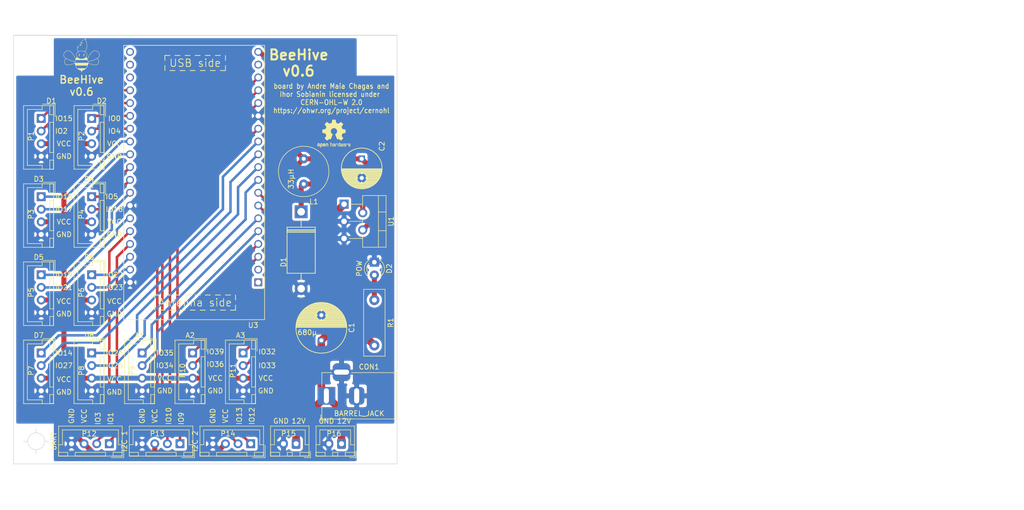
<source format=kicad_pcb>
(kicad_pcb (version 20211014) (generator pcbnew)
  (layers (0 "F.Cu" signal) (31 "B.Cu" signal) (34 "B.Paste" user) (35 "F.Paste" user) (36 "B.SilkS" user "B.Silkscreen") (37 "F.SilkS" user "F.Silkscreen") (38 "B.Mask" user) (39 "F.Mask" user) (44 "Edge.Cuts" user))
  (net 0 "")
  (net 1 "GND")
  (net 2 "Net-(C1-Pad1)")
  (net 3 "Net-(D1-Pad1)")
  (net 4 "Net-(U3-Pad2)")
  (net 5 "Net-(U3-Pad1)")
  (net 6 "D1-4")
  (net 7 "D1-3")
  (net 8 "+5V")
  (net 9 "D2-4")
  (net 10 "D2-3")
  (net 11 "D3-4")
  (net 12 "D3-3")
  (net 13 "D4-4")
  (net 14 "D4-3")
  (net 15 "D5-4")
  (net 16 "D5-3")
  (net 17 "D6-4")
  (net 18 "D6-3")
  (net 19 "D7-4")
  (net 20 "D7-3")
  (net 21 "D8-4")
  (net 22 "D8-3")
  (net 23 "A1-4")
  (net 24 "A1-3")
  (net 25 "A2-4")
  (net 26 "A2-3")
  (net 27 "A3-4")
  (net 28 "A3-3")
  (net 29 "I2C_1-4")
  (net 30 "I2C_1-3")
  (net 31 "I2C_2-4")
  (net 32 "I2C_2-3")
  (net 33 "RX")
  (net 34 "TX")
  (net 35 "Net-(U3-Pad38)")
  (net 36 "Net-(U3-Pad37)")
  (net 37 "Net-(U3-Pad36)")
  (net 38 "Net-(U3-Pad18)")
  (net 39 "Net-(D2-Pad2)")
  (footprint "Mounting_Holes:MountingHole_3.2mm_M3_DIN965" (layer "F.Cu") (at 139.5 64.5 -90)
    (fp_text reference "" (at 0 -3.8 90) (layer "F.SilkS"))
    (fp_text value "")
    (pad "" np_thru_hole circle locked (at 0 0 270) (size 3.2 3.2) (drill 3.2) (layers *.Cu *.Mask))
  )
  (footprint "Connector_JST:JST_XH_B04B-XH-A_04x2.50mm_Straight" (layer "F.Cu") (at 140.5 76.5 -90)
    (fp_text reference "P1" (at 3.5 2 90) (layer "F.SilkS"))
    (fp_text value "D1" (at -3.5 -2 180) (layer "F.SilkS"))
    (pad "1" thru_hole rect locked (at 0 0 270) (size 1.75 1.75) (drill 1) (layers *.Cu *.Mask) (net 7 "D1-3"))
    (pad "2" thru_hole circle locked (at 2.5 0 270) (size 1.75 1.75) (drill 1) (layers *.Cu *.Mask) (net 6 "D1-4"))
    (pad "3" thru_hole circle locked (at 5 0 270) (size 1.75 1.75) (drill 1) (layers *.Cu *.Mask) (net 8 "+5V"))
    (pad "4" thru_hole circle locked (at 7.5 0 270) (size 1.75 1.75) (drill 1) (layers *.Cu *.Mask) (net 1 "GND"))
  )
  (footprint "Connector_JST:JST_XH_B04B-XH-A_04x2.50mm_Straight" (layer "F.Cu") (at 150.5 76.5 -90)
    (fp_text reference "P2" (at 3.5 2 90) (layer "F.SilkS"))
    (fp_text value "D2" (at -3.5 -2 180) (layer "F.SilkS"))
    (pad "1" thru_hole rect locked (at 0 0 270) (size 1.75 1.75) (drill 1) (layers *.Cu *.Mask) (net 10 "D2-3"))
    (pad "2" thru_hole circle locked (at 2.5 0 270) (size 1.75 1.75) (drill 1) (layers *.Cu *.Mask) (net 9 "D2-4"))
    (pad "3" thru_hole circle locked (at 5 0 270) (size 1.75 1.75) (drill 1) (layers *.Cu *.Mask) (net 8 "+5V"))
    (pad "4" thru_hole circle locked (at 7.5 0 270) (size 1.75 1.75) (drill 1) (layers *.Cu *.Mask) (net 1 "GND"))
  )
  (footprint "Connector_JST:JST_XH_B04B-XH-A_04x2.50mm_Straight" (layer "F.Cu") (at 140.5 92 -90)
    (fp_text reference "P3" (at 3.5 2 90) (layer "F.SilkS"))
    (fp_text value "D3" (at -3.5 0.5 180) (layer "F.SilkS"))
    (pad "1" thru_hole rect locked (at 0 0 270) (size 1.75 1.75) (drill 1) (layers *.Cu *.Mask) (net 12 "D3-3"))
    (pad "2" thru_hole circle locked (at 2.5 0 270) (size 1.75 1.75) (drill 1) (layers *.Cu *.Mask) (net 11 "D3-4"))
    (pad "3" thru_hole circle locked (at 5 0 270) (size 1.75 1.75) (drill 1) (layers *.Cu *.Mask) (net 8 "+5V"))
    (pad "4" thru_hole circle locked (at 7.5 0 270) (size 1.75 1.75) (drill 1) (layers *.Cu *.Mask) (net 1 "GND"))
  )
  (footprint "Connector_JST:JST_XH_B04B-XH-A_04x2.50mm_Straight" (layer "F.Cu") (at 150.5 92 -90)
    (fp_text reference "P4" (at 3.5 2 90) (layer "F.SilkS"))
    (fp_text value "D4" (at -3.5 0.5 180) (layer "F.SilkS"))
    (pad "1" thru_hole rect locked (at 0 0 270) (size 1.75 1.75) (drill 1) (layers *.Cu *.Mask) (net 14 "D4-3"))
    (pad "2" thru_hole circle locked (at 2.5 0 270) (size 1.75 1.75) (drill 1) (layers *.Cu *.Mask) (net 13 "D4-4"))
    (pad "3" thru_hole circle locked (at 5 0 270) (size 1.75 1.75) (drill 1) (layers *.Cu *.Mask) (net 8 "+5V"))
    (pad "4" thru_hole circle locked (at 7.5 0 270) (size 1.75 1.75) (drill 1) (layers *.Cu *.Mask) (net 1 "GND"))
  )
  (footprint "Connector_JST:JST_XH_B04B-XH-A_04x2.50mm_Straight" (layer "F.Cu") (at 140.5 107.5 -90)
    (fp_text reference "P5" (at 3.5 2 90) (layer "F.SilkS"))
    (fp_text value "D5" (at -3.5 0.5) (layer "F.SilkS"))
    (pad "1" thru_hole rect locked (at 0 0 270) (size 1.75 1.75) (drill 1) (layers *.Cu *.Mask) (net 16 "D5-3"))
    (pad "2" thru_hole circle locked (at 2.5 0 270) (size 1.75 1.75) (drill 1) (layers *.Cu *.Mask) (net 15 "D5-4"))
    (pad "3" thru_hole circle locked (at 5 0 270) (size 1.75 1.75) (drill 1) (layers *.Cu *.Mask) (net 8 "+5V"))
    (pad "4" thru_hole circle locked (at 7.5 0 270) (size 1.75 1.75) (drill 1) (layers *.Cu *.Mask) (net 1 "GND"))
  )
  (footprint "Connector_JST:JST_XH_B04B-XH-A_04x2.50mm_Straight" (layer "F.Cu") (at 150.5 107.5 -90)
    (fp_text reference "P6" (at 3.5 2 90) (layer "F.SilkS"))
    (fp_text value "D6" (at -3.5 0.5 180) (layer "F.SilkS"))
    (pad "1" thru_hole rect locked (at 0 0 270) (size 1.75 1.75) (drill 1) (layers *.Cu *.Mask) (net 18 "D6-3"))
    (pad "2" thru_hole circle locked (at 2.5 0 270) (size 1.75 1.75) (drill 1) (layers *.Cu *.Mask) (net 17 "D6-4"))
    (pad "3" thru_hole circle locked (at 5 0 270) (size 1.75 1.75) (drill 1) (layers *.Cu *.Mask) (net 8 "+5V"))
    (pad "4" thru_hole circle locked (at 7.5 0 270) (size 1.75 1.75) (drill 1) (layers *.Cu *.Mask) (net 1 "GND"))
  )
  (footprint "Connector_JST:JST_XH_B04B-XH-A_04x2.50mm_Straight" (layer "F.Cu") (at 140.5 123 -90)
    (fp_text reference "P7" (at 3.5 2 90) (layer "F.SilkS"))
    (fp_text value "D7" (at -3.5 0.5 180) (layer "F.SilkS"))
    (pad "1" thru_hole rect locked (at 0 0 270) (size 1.75 1.75) (drill 1) (layers *.Cu *.Mask) (net 20 "D7-3"))
    (pad "2" thru_hole circle locked (at 2.5 0 270) (size 1.75 1.75) (drill 1) (layers *.Cu *.Mask) (net 19 "D7-4"))
    (pad "3" thru_hole circle locked (at 5 0 270) (size 1.75 1.75) (drill 1) (layers *.Cu *.Mask) (net 8 "+5V"))
    (pad "4" thru_hole circle locked (at 7.5 0 270) (size 1.75 1.75) (drill 1) (layers *.Cu *.Mask) (net 1 "GND"))
  )
  (footprint "Connector_JST:JST_XH_B04B-XH-A_04x2.50mm_Straight" (layer "F.Cu") (at 150.5 123 -90)
    (fp_text reference "P8" (at 3.5 2 90) (layer "F.SilkS"))
    (fp_text value "D8" (at -3.5 0.5 180) (layer "F.SilkS"))
    (pad "1" thru_hole rect locked (at 0 0 270) (size 1.75 1.75) (drill 1) (layers *.Cu *.Mask) (net 22 "D8-3"))
    (pad "2" thru_hole circle locked (at 2.5 0 270) (size 1.75 1.75) (drill 1) (layers *.Cu *.Mask) (net 21 "D8-4"))
    (pad "3" thru_hole circle locked (at 5 0 270) (size 1.75 1.75) (drill 1) (layers *.Cu *.Mask) (net 8 "+5V"))
    (pad "4" thru_hole circle locked (at 7.5 0 270) (size 1.75 1.75) (drill 1) (layers *.Cu *.Mask) (net 1 "GND"))
  )
  (footprint "Connector_JST:JST_XH_B04B-XH-A_04x2.50mm_Straight" (layer "F.Cu") (at 160.5 123 -90)
    (fp_text reference "P9" (at 3.5 2 90) (layer "F.SilkS"))
    (fp_text value "A1" (at -3.5 0.5 180) (layer "F.SilkS"))
    (pad "1" thru_hole rect locked (at 0 0 270) (size 1.75 1.75) (drill 1) (layers *.Cu *.Mask) (net 24 "A1-3"))
    (pad "2" thru_hole circle locked (at 2.5 0 270) (size 1.75 1.75) (drill 1) (layers *.Cu *.Mask) (net 23 "A1-4"))
    (pad "3" thru_hole circle locked (at 5 0 270) (size 1.75 1.75) (drill 1) (layers *.Cu *.Mask) (net 8 "+5V"))
    (pad "4" thru_hole circle locked (at 7.5 0 270) (size 1.75 1.75) (drill 1) (layers *.Cu *.Mask) (net 1 "GND"))
  )
  (footprint "Connector_JST:JST_XH_B04B-XH-A_04x2.50mm_Straight" (layer "F.Cu") (at 170.5 123 -90)
    (fp_text reference "P10" (at 3.5 2 90) (layer "F.SilkS"))
    (fp_text value "A2" (at -3.5 0.5 180) (layer "F.SilkS"))
    (pad "1" thru_hole rect locked (at 0 0 270) (size 1.75 1.75) (drill 1) (layers *.Cu *.Mask) (net 26 "A2-3"))
    (pad "2" thru_hole circle locked (at 2.5 0 270) (size 1.75 1.75) (drill 1) (layers *.Cu *.Mask) (net 25 "A2-4"))
    (pad "3" thru_hole circle locked (at 5 0 270) (size 1.75 1.75) (drill 1) (layers *.Cu *.Mask) (net 8 "+5V"))
    (pad "4" thru_hole circle locked (at 7.5 0 270) (size 1.75 1.75) (drill 1) (layers *.Cu *.Mask) (net 1 "GND"))
  )
  (footprint "Connector_JST:JST_XH_B04B-XH-A_04x2.50mm_Straight" (layer "F.Cu") (at 180.5 123 -90)
    (fp_text reference "P11" (at 3.5 2 90) (layer "F.SilkS"))
    (fp_text value "A3" (at -3.5 0.5 180) (layer "F.SilkS"))
    (pad "1" thru_hole rect locked (at 0 0 270) (size 1.75 1.75) (drill 1) (layers *.Cu *.Mask) (net 28 "A3-3"))
    (pad "2" thru_hole circle locked (at 2.5 0 270) (size 1.75 1.75) (drill 1) (layers *.Cu *.Mask) (net 27 "A3-4"))
    (pad "3" thru_hole circle locked (at 5 0 270) (size 1.75 1.75) (drill 1) (layers *.Cu *.Mask) (net 8 "+5V"))
    (pad "4" thru_hole circle locked (at 7.5 0 270) (size 1.75 1.75) (drill 1) (layers *.Cu *.Mask) (net 1 "GND"))
  )
  (footprint "Connector_JST:JST_XH_B04B-XH-A_04x2.50mm_Straight" (layer "F.Cu") (at 168 141 180)
    (fp_text reference "P13" (at 4.5 2 180) (layer "F.SilkS"))
    (fp_text value "I2C 1" (at 11 0.5 90) (layer "F.SilkS"))
    (pad "1" thru_hole rect locked (at 0 0 180) (size 1.75 1.75) (drill 1) (layers *.Cu *.Mask) (net 30 "I2C_1-3"))
    (pad "2" thru_hole circle locked (at 2.5 0 180) (size 1.75 1.75) (drill 1) (layers *.Cu *.Mask) (net 29 "I2C_1-4"))
    (pad "3" thru_hole circle locked (at 5 0 180) (size 1.75 1.75) (drill 1) (layers *.Cu *.Mask) (net 8 "+5V"))
    (pad "4" thru_hole circle locked (at 7.5 0 180) (size 1.75 1.75) (drill 1) (layers *.Cu *.Mask) (net 1 "GND"))
  )
  (footprint "Connector_JST:JST_XH_B04B-XH-A_04x2.50mm_Straight" (layer "F.Cu") (at 182 141 180)
    (fp_text reference "P14" (at 4.5 2 180) (layer "F.SilkS"))
    (fp_text value "I2C 2" (at 11 0.5 90) (layer "F.SilkS"))
    (pad "1" thru_hole rect locked (at 0 0 180) (size 1.75 1.75) (drill 1) (layers *.Cu *.Mask) (net 32 "I2C_2-3"))
    (pad "2" thru_hole circle locked (at 2.5 0 180) (size 1.75 1.75) (drill 1) (layers *.Cu *.Mask) (net 31 "I2C_2-4"))
    (pad "3" thru_hole circle locked (at 5 0 180) (size 1.75 1.75) (drill 1) (layers *.Cu *.Mask) (net 8 "+5V"))
    (pad "4" thru_hole circle locked (at 7.5 0 180) (size 1.75 1.75) (drill 1) (layers *.Cu *.Mask) (net 1 "GND"))
  )
  (footprint "Connector_JST:JST_XH_B04B-XH-A_04x2.50mm_Straight" (layer "F.Cu") (at 154 141 180)
    (fp_text reference "P12" (at 4 2 180) (layer "F.SilkS"))
    (fp_text value "UART" (at 11 0.5 90) (layer "F.SilkS"))
    (pad "1" thru_hole rect locked (at 0 0 180) (size 1.75 1.75) (drill 1) (layers *.Cu *.Mask) (net 34 "TX"))
    (pad "2" thru_hole circle locked (at 2.5 0 180) (size 1.75 1.75) (drill 1) (layers *.Cu *.Mask) (net 33 "RX"))
    (pad "3" thru_hole circle locked (at 5 0 180) (size 1.75 1.75) (drill 1) (layers *.Cu *.Mask) (net 8 "+5V"))
    (pad "4" thru_hole circle locked (at 7.5 0 180) (size 1.75 1.75) (drill 1) (layers *.Cu *.Mask) (net 1 "GND"))
  )
  (footprint "Connector_BarrelJack:BarrelJack_Horizontal" (layer "F.Cu") (at 197 131.5 180)
    (fp_text reference "CON1" (at -8.45 5.75) (layer "F.SilkS"))
    (fp_text value "BARREL_JACK" (at -6.5 -3.5) (layer "F.SilkS"))
    (pad "1" thru_hole rect locked (at 0 0 180) (size 3.5 3.5) (drill oval 1 3) (layers *.Cu *.Mask) (net 2 "Net-(C1-Pad1)"))
    (pad "2" thru_hole roundrect locked (at -6 0 180) (size 3 3.5) (drill oval 1 3) (layers *.Cu *.Mask) (net 1 "GND"))
    (pad "3" thru_hole roundrect locked (at -3 4.7 180) (size 3.5 3.5) (drill oval 3 1) (layers *.Cu *.Mask) (net 1 "GND"))
  )
  (footprint "Inductor_THT:Neosid_Inductor_MA-Bs75" (layer "F.Cu") (at 192.5 89.5 90)
    (fp_text reference "L1" (at -3.5 2 180) (layer "F.SilkS"))
    (fp_text value "33µH" (at 1 -2.5 90) (layer "F.SilkS"))
    (pad "1" thru_hole circle locked (at 0 0 270) (size 1.8 1.8) (drill 0.8001) (layers *.Cu *.Mask) (net 3 "Net-(D1-Pad1)"))
    (pad "2" thru_hole circle locked (at 5 0 270) (size 1.8 1.8) (drill 0.8001) (layers *.Cu *.Mask) (net 8 "+5V"))
  )
  (footprint "Capacitor_THT:C_Radial_D10_L21_P5" (layer "F.Cu") (at 196 120.5 90)
    (fp_text reference "C1" (at 2.5 6 270) (layer "F.SilkS"))
    (fp_text value "680µ" (at 1.57 -2.754) (layer "F.SilkS"))
    (pad "1" thru_hole rect locked (at 0 0 90) (size 1.3 1.3) (drill 0.8) (layers *.Cu *.Mask) (net 2 "Net-(C1-Pad1)"))
    (pad "2" thru_hole circle locked (at 5 0 90) (size 1.3 1.3) (drill 0.8) (layers *.Cu *.Mask) (net 1 "GND"))
  )
  (footprint "Capacitor_THT:C_Radial_D8_L13_P3.8" (layer "F.Cu") (at 204 84.5 -90)
    (fp_text reference "C2" (at -2.5 -4 -90) (layer "F.SilkS"))
    (fp_text value "220µ" hide)
    (pad "1" thru_hole rect locked (at 0 0 270) (size 1.3 1.3) (drill 0.8) (layers *.Cu *.Mask) (net 8 "+5V"))
    (pad "2" thru_hole circle locked (at 3.8 0 270) (size 1.3 1.3) (drill 0.8) (layers *.Cu *.Mask) (net 1 "GND"))
  )
  (footprint "Diode_THT:Diode_DO-201AD_Horizontal_RM15" (layer "F.Cu") (at 192 95 -90)
    (fp_text reference "D1" (at 10 3.5 90) (layer "F.SilkS"))
    (fp_text value "Schottky 5A" hide)
    (pad "1" thru_hole rect locked (at 0.00122 -0.00296 90) (size 2.54 2.54) (drill 1.50114) (layers *.Cu *.Mask) (net 3 "Net-(D1-Pad1)"))
    (pad "2" thru_hole circle locked (at 15.24122 -0.00296 90) (size 2.54 2.54) (drill 1.50114) (layers *.Cu *.Mask) (net 1 "GND"))
  )
  (footprint "Symbol:OSHW-Logo2_7.3x6mm_SilkScreen" (layer "F.Cu") (at 198.5 79.5)
    (fp_text reference " " hide)
    (fp_text value " " hide)
  )
  (footprint "Connector_JST:JST_XH_B2B-XH-A_1x02_P2.50mm_Vertical" (layer "F.Cu") (at 200 141 180)
    (fp_text reference "P15" (at 10.5 2) (layer "F.SilkS"))
    (fp_text value "Conn_01x02")
    (pad "1" thru_hole roundrect locked (at 0 0 180) (size 1.7 2) (drill 1) (layers *.Cu *.Mask) (roundrect_rratio 0.1470588235) (net 2 "Net-(C1-Pad1)"))
    (pad "2" thru_hole oval locked (at 2.5 0 180) (size 1.7 2) (drill 1) (layers *.Cu *.Mask) (net 1 "GND"))
  )
  (footprint "Connector_JST:JST_XH_B2B-XH-A_1x02_P2.50mm_Vertical" (layer "F.Cu") (at 191 141 180)
    (fp_text reference "P16" (at -7.5 2) (layer "F.SilkS"))
    (fp_text value "Conn_01x02")
    (pad "1" thru_hole roundrect locked (at 0 0 180) (size 1.7 2) (drill 1) (layers *.Cu *.Mask) (roundrect_rratio 0.1470588235) (net 2 "Net-(C1-Pad1)"))
    (pad "2" thru_hole oval locked (at 2.5 0 180) (size 1.7 2) (drill 1) (layers *.Cu *.Mask) (net 1 "GND"))
  )
  (footprint "logo-beehive:logo-beehive-7_2х6_7mm" (layer "F.Cu") (at 148.5 64)
    (fp_text reference "G***" hide)
    (fp_text value "LOGO" hide)
  )
  (footprint "Package_TO_SOT_THT:TO-220-5_P3.4x3.7mm_StaggerOdd_Lead3.8mm_Vertical" (layer "F.Cu") (at 200.5 93.5 -90)
    (fp_text reference "U1" (at 3.4 -9.32 90) (layer "F.SilkS"))
    (fp_text value "LM2596T-5")
    (pad "1" thru_hole rect locked (at 0 0 270) (size 1.8 1.8) (drill 1.1) (layers *.Cu *.Mask) (net 2 "Net-(C1-Pad1)"))
    (pad "2" thru_hole oval locked (at 1.7 -3.7 270) (size 1.8 1.8) (drill 1.1) (layers *.Cu *.Mask) (net 3 "Net-(D1-Pad1)"))
    (pad "3" thru_hole oval locked (at 3.4 0 270) (size 1.8 1.8) (drill 1.1) (layers *.Cu *.Mask) (net 1 "GND"))
    (pad "4" thru_hole oval locked (at 5.1 -3.7 270) (size 1.8 1.8) (drill 1.1) (layers *.Cu *.Mask) (net 8 "+5V"))
    (pad "5" thru_hole oval locked (at 6.8 0 270) (size 1.8 1.8) (drill 1.1) (layers *.Cu *.Mask) (net 1 "GND"))
  )
  (footprint "footprints:MODULE_ESP32-DEVKITC-32D" (layer "F.Cu") (at 183.5 109 180)
    (fp_text reference "U3" (at 1 -8.5) (layer "F.SilkS"))
    (fp_text value "ESP32-DEVKITC-32D")
    (pad "1" thru_hole rect locked (at 0 0 180) (size 1.56 1.56) (drill 1.04) (layers *.Cu *.Mask) (net 5 "Net-(U3-Pad1)"))
    (pad "2" thru_hole circle locked (at 0 2.54 180) (size 1.56 1.56) (drill 1.04) (layers *.Cu *.Mask) (net 4 "Net-(U3-Pad2)"))
    (pad "3" thru_hole circle locked (at 0 5.08 180) (size 1.56 1.56) (drill 1.04) (layers *.Cu *.Mask) (net 25 "A2-4"))
    (pad "4" thru_hole circle locked (at 0 7.62 180) (size 1.56 1.56) (drill 1.04) (layers *.Cu *.Mask) (net 26 "A2-3"))
    (pad "5" thru_hole circle locked (at 0 10.16 180) (size 1.56 1.56) (drill 1.04) (layers *.Cu *.Mask) (net 23 "A1-4"))
    (pad "6" thru_hole circle locked (at 0 12.7 180) (size 1.56 1.56) (drill 1.04) (layers *.Cu *.Mask) (net 24 "A1-3"))
    (pad "7" thru_hole circle locked (at 0 15.24 180) (size 1.56 1.56) (drill 1.04) (layers *.Cu *.Mask) (net 28 "A3-3"))
    (pad "8" thru_hole circle locked (at 0 17.78 180) (size 1.56 1.56) (drill 1.04) (layers *.Cu *.Mask) (net 27 "A3-4"))
    (pad "9" thru_hole circle locked (at 0 20.32 180) (size 1.56 1.56) (drill 1.04) (layers *.Cu *.Mask) (net 21 "D8-4"))
    (pad "10" thru_hole circle locked (at 0 22.86 180) (size 1.56 1.56) (drill 1.04) (layers *.Cu *.Mask) (net 22 "D8-3"))
    (pad "11" thru_hole circle locked (at 0 25.4 180) (size 1.56 1.56) (drill 1.04) (layers *.Cu *.Mask) (net 19 "D7-4"))
    (pad "12" thru_hole circle locked (at 0 27.94 180) (size 1.56 1.56) (drill 1.04) (layers *.Cu *.Mask) (net 20 "D7-3"))
    (pad "13" thru_hole circle locked (at 0 30.48 180) (size 1.56 1.56) (drill 1.04) (layers *.Cu *.Mask) (net 32 "I2C_2-3"))
    (pad "14" thru_hole circle locked (at 0 33.02 180) (size 1.56 1.56) (drill 1.04) (layers *.Cu *.Mask) (net 1 "GND"))
    (pad "15" thru_hole circle locked (at 0 35.56 180) (size 1.56 1.56) (drill 1.04) (layers *.Cu *.Mask) (net 31 "I2C_2-4"))
    (pad "16" thru_hole circle locked (at 0 38.1 180) (size 1.56 1.56) (drill 1.04) (layers *.Cu *.Mask) (net 30 "I2C_1-3"))
    (pad "17" thru_hole circle locked (at 0 40.64 180) (size 1.56 1.56) (drill 1.04) (layers *.Cu *.Mask) (net 29 "I2C_1-4"))
    (pad "18" thru_hole circle locked (at 0 43.18 180) (size 1.56 1.56) (drill 1.04) (layers *.Cu *.Mask) (net 38 "Net-(U3-Pad18)"))
    (pad "19" thru_hole circle locked (at 0 45.72 180) (size 1.56 1.56) (drill 1.04) (layers *.Cu *.Mask) (net 8 "+5V"))
    (pad "20" thru_hole circle locked (at 25.4 0 180) (size 1.56 1.56) (drill 1.04) (layers *.Cu *.Mask) (net 1 "GND"))
    (pad "21" thru_hole circle locked (at 25.4 2.54 180) (size 1.56 1.56) (drill 1.04) (layers *.Cu *.Mask) (net 17 "D6-4"))
    (pad "22" thru_hole circle locked (at 25.4 5.08 180) (size 1.56 1.56) (drill 1.04) (layers *.Cu *.Mask) (net 18 "D6-3"))
    (pad "23" thru_hole circle locked (at 25.4 7.62 180) (size 1.56 1.56) (drill 1.04) (layers *.Cu *.Mask) (net 34 "TX"))
    (pad "24" thru_hole circle locked (at 25.4 10.16 180) (size 1.56 1.56) (drill 1.04) (layers *.Cu *.Mask) (net 33 "RX"))
    (pad "25" thru_hole circle locked (at 25.4 12.7 180) (size 1.56 1.56) (drill 1.04) (layers *.Cu *.Mask) (net 15 "D5-4"))
    (pad "26" thru_hole circle locked (at 25.4 15.24 180) (size 1.56 1.56) (drill 1.04) (layers *.Cu *.Mask) (net 1 "GND"))
    (pad "27" thru_hole circle locked (at 25.4 17.78 180) (size 1.56 1.56) (drill 1.04) (layers *.Cu *.Mask) (net 16 "D5-3"))
    (pad "28" thru_hole circle locked (at 25.4 20.32 180) (size 1.56 1.56) (drill 1.04) (layers *.Cu *.Mask) (net 13 "D4-4"))
    (pad "29" thru_hole circle locked (at 25.4 22.86 180) (size 1.56 1.56) (drill 1.04) (layers *.Cu *.Mask) (net 14 "D4-3"))
    (pad "30" thru_hole circle locked (at 25.4 25.4 180) (size 1.56 1.56) (drill 1.04) (layers *.Cu *.Mask) (net 11 "D3-4"))
    (pad "31" thru_hole circle locked (at 25.4 27.94 180) (size 1.56 1.56) (drill 1.04) (layers *.Cu *.Mask) (net 12 "D3-3"))
    (pad "32" thru_hole circle locked (at 25.4 30.48 180) (size 1.56 1.56) (drill 1.04) (layers *.Cu *.Mask) (net 9 "D2-4"))
    (pad "33" thru_hole circle locked (at 25.4 33.02 180) (size 1.56 1.56) (drill 1.04) (layers *.Cu *.Mask) (net 10 "D2-3"))
    (pad "34" thru_hole circle locked (at 25.4 35.56 180) (size 1.56 1.56) (drill 1.04) (layers *.Cu *.Mask) (net 6 "D1-4"))
    (pad "35" thru_hole circle locked (at 25.4 38.1 180) (size 1.56 1.56) (drill 1.04) (layers *.Cu *.Mask) (net 7 "D1-3"))
    (pad "36" thru_hole circle locked (at 25.4 40.64 180) (size 1.56 1.56) (drill 1.04) (layers *.Cu *.Mask) (net 37 "Net-(U3-Pad36)"))
    (pad "37" thru_hole circle locked (at 25.4 43.18 180) (size 1.56 1.56) (drill 1.04) (layers *.Cu *.Mask) (net 36 "Net-(U3-Pad37)"))
    (pad "38" thru_hole circle locked (at 25.4 45.72 180) (size 1.56 1.56) (drill 1.04) (layers *.Cu *.Mask) (net 35 "Net-(U3-Pad38)"))
  )
  (footprint "LED_THT:LED_D3.0mm" (layer "F.Cu") (at 206.5 105 -90)
    (fp_text reference "D2" (at 1.27 -2.96 90) (layer "F.SilkS"))
    (fp_text value "LED")
    (pad "1" thru_hole rect locked (at 0 0 270) (size 1.8 1.8) (drill 0.9) (layers *.Cu *.Mask) (net 1 "GND"))
    (pad "2" thru_hole circle locked (at 2.54 0 270) (size 1.8 1.8) (drill 0.9) (layers *.Cu *.Mask) (net 39 "Net-(D2-Pad2)"))
  )
  (footprint "Resistor_THT:R_Box_L13.0mm_W4.0mm_P9.00mm" (layer "F.Cu") (at 206.5 112.5 -90)
    (fp_text reference "R1" (at 4.5 -3.25 90) (layer "F.SilkS"))
    (fp_text value "560")
    (pad "1" thru_hole circle locked (at 0 0 270) (size 2 2) (drill 1) (layers *.Cu *.Mask) (net 39 "Net-(D2-Pad2)"))
    (pad "2" thru_hole circle locked (at 9 0 270) (size 2 2) (drill 1) (layers *.Cu *.Mask) (net 2 "Net-(C1-Pad1)"))
  )
  (footprint "Mounting_Holes:MountingHole_3.2mm_M3_DIN965" (layer "F.Cu") (at 139.5 140.5)
    (fp_text reference "" (at 0 -3.8) (layer "F.SilkS"))
    (fp_text value "")
    (pad "" np_thru_hole circle locked (at 0 0) (size 3.2 3.2) (drill 3.2) (layers *.Cu *.Mask))
  )
  (footprint "Mounting_Holes:MountingHole_3.2mm_M3_DIN965" (layer "F.Cu") (at 206.5 140.5 180)
    (fp_text reference "" (at 0 -3.8) (layer "F.SilkS"))
    (fp_text value "")
    (pad "" np_thru_hole circle locked (at 0 0 180) (size 3.2 3.2) (drill 3.2) (layers *.Cu *.Mask))
  )
  (footprint "Mounting_Holes:MountingHole_3.2mm_M3_DIN965" (layer "F.Cu") (at 206.5 64.5 180)
    (fp_text reference "" (at 0 -3.8) (layer "F.SilkS"))
    (fp_text value "")
    (pad "" np_thru_hole circle locked (at 0 0 180) (size 3.2 3.2) (drill 3.2) (layers *.Cu *.Mask))
  )
  (footprint "" (layer "F.Cu") (at 145.5 79)
    (fp_text reference "" (at 189.5 65.5) (layer "F.SilkS") (effects (font (size 1.27 1.27))))
    (fp_text value "" (at 189.5 65.5) (layer "F.SilkS") (effects (font (size 1.27 1.27))))
  )
  (gr_line (start 166 111.5) (end 165 111.5) (layer "F.SilkS") (width 0.15))
  (gr_line (start 164 111.5) (end 163 111.5) (layer "F.SilkS") (width 0.15))
  (gr_line (start 168 111.5) (end 167 111.5) (layer "F.SilkS") (width 0.15))
  (gr_line (start 163 111.5) (end 163 112.5) (layer "F.SilkS") (width 0.15))
  (gr_line (start 163 113.5) (end 163 114.5) (layer "F.SilkS") (width 0.15))
  (gr_line (start 167 114.5) (end 166 114.5) (layer "F.SilkS") (width 0.15))
  (gr_line (start 165 114.5) (end 164 114.5) (layer "F.SilkS") (width 0.15))
  (gr_line (start 179 114.5) (end 178 114.5) (layer "F.SilkS") (width 0.15))
  (gr_line (start 177 114.5) (end 176 114.5) (layer "F.SilkS") (width 0.15))
  (gr_line (start 175 114.5) (end 174 114.5) (layer "F.SilkS") (width 0.15))
  (gr_line (start 173 114.5) (end 172 114.5) (layer "F.SilkS") (width 0.15))
  (gr_line (start 171 114.5) (end 170 114.5) (layer "F.SilkS") (width 0.15))
  (gr_line (start 169 114.5) (end 168 114.5) (layer "F.SilkS") (width 0.15))
  (gr_line (start 166 64) (end 165 64) (layer "F.SilkS") (width 0.15))
  (gr_line (start 165 64) (end 165 65) (layer "F.SilkS") (width 0.15))
  (gr_line (start 165 66) (end 165 67) (layer "F.SilkS") (width 0.15))
  (gr_line (start 167 67) (end 166 67) (layer "F.SilkS") (width 0.15))
  (gr_line (start 177 67) (end 176 67) (layer "F.SilkS") (width 0.15))
  (gr_line (start 175 67) (end 174 67) (layer "F.SilkS") (width 0.15))
  (gr_line (start 173 67) (end 172 67) (layer "F.SilkS") (width 0.15))
  (gr_line (start 171 67) (end 170 67) (layer "F.SilkS") (width 0.15))
  (gr_line (start 169 67) (end 168 67) (layer "F.SilkS") (width 0.15))
  (gr_line (start 177 64) (end 177 65) (layer "F.SilkS") (width 0.15))
  (gr_line (start 177 66) (end 177 67) (layer "F.SilkS") (width 0.15))
  (gr_line (start 176 64) (end 175 64) (layer "F.SilkS") (width 0.15))
  (gr_line (start 174 64) (end 173 64) (layer "F.SilkS") (width 0.15))
  (gr_line (start 172 64) (end 171 64) (layer "F.SilkS") (width 0.15))
  (gr_line (start 170 64) (end 169 64) (layer "F.SilkS") (width 0.15))
  (gr_line (start 168 64) (end 167 64) (layer "F.SilkS") (width 0.15))
  (gr_line (start 172 111.5) (end 171 111.5) (layer "F.SilkS") (width 0.15))
  (gr_line (start 179 111.5) (end 179 112.5) (layer "F.SilkS") (width 0.15))
  (gr_line (start 170 111.5) (end 169 111.5) (layer "F.SilkS") (width 0.15))
  (gr_line (start 178 111.5) (end 177 111.5) (layer "F.SilkS") (width 0.15))
  (gr_line (start 174 111.5) (end 173 111.5) (layer "F.SilkS") (width 0.15))
  (gr_line (start 179 113.5) (end 179 114.5) (layer "F.SilkS") (width 0.15))
  (gr_line (start 176 111.5) (end 175 111.5) (layer "F.SilkS") (width 0.15))
  (gr_line (start 211 145) (end 211 60) (layer "Edge.Cuts") (width 0.1))
  (gr_line (start 135 60) (end 135 145) (layer "Edge.Cuts") (width 0.1))
  (gr_line (start 211 145) (end 135 145) (layer "Edge.Cuts") (width 0.1))
  (gr_line (start 135 60) (end 211 60) (layer "Edge.Cuts") (width 0.15))
  (gr_text "VCC" (at 145 81.5) (layer "F.SilkS") (effects (font (size 1 1))))
  (gr_text "IO15" (at 145 76.5) (layer "F.SilkS") (effects (font (size 1 1))))
  (gr_text "IO2" (at 144.5 79) (layer "F.SilkS") (effects (font (size 1 1))))
  (gr_text "VCC" (at 155 81.5) (layer "F.SilkS") (effects (font (size 1 1))))
  (gr_text "GND" (at 155 84) (layer "F.SilkS") (effects (font (size 1 1))))
  (gr_text "IO4" (at 155 79) (layer "F.SilkS") (effects (font (size 1 1))))
  (gr_text "IO0" (at 155 76.5) (layer "F.SilkS") (effects (font (size 1 1))))
  (gr_text "IO23" (at 155 110) (layer "F.SilkS") (effects (font (size 1 1))))
  (gr_text "IO22" (at 155 107.5) (layer "F.SilkS") (effects (font (size 1 1))))
  (gr_text "IO21" (at 145 110) (layer "F.SilkS") (effects (font (size 1 1))))
  (gr_text "IO19" (at 145 107.5) (layer "F.SilkS") (effects (font (size 1 1))))
  (gr_text "IO25" (at 155 125.5) (layer "F.SilkS") (effects (font (size 1 1))))
  (gr_text "IO26" (at 155 123) (layer "F.SilkS") (effects (font (size 1 1))))
  (gr_text "IO27" (at 145 125.5) (layer "F.SilkS") (effects (font (size 1 1))))
  (gr_text "IO14" (at 145 123) (layer "F.SilkS") (effects (font (size 1 1))))
  (gr_text "IO34" (at 165 125.5) (layer "F.SilkS") (effects (font (size 1 1))))
  (gr_text "IO35" (at 165 123) (layer "F.SilkS") (effects (font (size 1 1))))
  (gr_text "GND" (at 165 130.5) (layer "F.SilkS") (effects (font (size 1 1))))
  (gr_text "VCC" (at 165 128) (layer "F.SilkS") (effects (font (size 1 1))))
  (gr_text "IO33" (at 185.25 125.5) (layer "F.SilkS") (effects (font (size 1 1))))
  (gr_text "IO32" (at 185.25 122.75) (layer "F.SilkS") (effects (font (size 1 1))))
  (gr_text "VCC" (at 185 128) (layer "F.SilkS") (effects (font (size 1 1))))
  (gr_text "GND" (at 160.5 135.5 90) (layer "F.SilkS") (effects (font (size 1 1))))
  (gr_text "VCC" (at 163 135.5 90) (layer "F.SilkS") (effects (font (size 1 1))))
  (gr_text "IO10" (at 165.75 135.5 90) (layer "F.SilkS") (effects (font (size 1 1))))
  (gr_text "IO9" (at 168.25 136 90) (layer "F.SilkS") (effects (font (size 1 1))))
  (gr_text "GND" (at 188 136.5) (layer "F.SilkS") (effects (font (size 1 1))))
  (gr_text "IO3" (at 151.75 136 90) (layer "F.SilkS") (effects (font (size 1 1))))
  (gr_text "12V" (at 191.5 136.5) (layer "F.SilkS") (effects (font (size 1 1))))
  (gr_text "IO1" (at 154.25 136 90) (layer "F.SilkS") (effects (font (size 1 1))))
  (gr_text "VCC" (at 145 128.25) (layer "F.SilkS") (effects (font (size 1 1))))
  (gr_text "GND" (at 155 130.75) (layer "F.SilkS") (effects (font (size 1 1))))
  (gr_text "VCC" (at 155 128.25) (layer "F.SilkS") (effects (font (size 1 1))))
  (gr_text "GND" (at 145 130.75) (layer "F.SilkS") (effects (font (size 1 1))))
  (gr_text "VCC" (at 149 135.5 90) (layer "F.SilkS") (effects (font (size 1 1))))
  (gr_text "GND" (at 146.5 135.5 90) (layer "F.SilkS") (effects (font (size 1 1))))
  (gr_text "USB side" (at 171 65.5) (layer "F.SilkS") (effects (font (size 1.5 1.5))))
  (gr_text "GND" (at 197 136.5) (layer "F.SilkS") (effects (font (size 1 1))))
  (gr_text "12V" (at 200.5 136.5) (layer "F.SilkS") (effects (font (size 1 1))))
  (gr_text "BeeHive\nv0.6" (at 148.5 70) (layer "F.SilkS") (effects (font (size 1.5 1.5) (thickness 0.25))))
  (gr_text "board by Andre Maia Chagas and\nIhor Sobianin licensed under \nCERN-OHL-W 2.0\nhttps://ohwr.org/project/cernohl" (at 198 72.5) (layer "F.SilkS") (effects (font (size 1 0.9))))
  (gr_text "GND" (at 185 130.5) (layer "F.SilkS") (effects (font (size 1 1))))
  (gr_text "POW" (at 203.5 106.25 90) (layer "F.SilkS") (effects (font (size 1 1))))
  (gr_text "GND" (at 174.5 135.5 90) (layer "F.SilkS") (effects (font (size 1 1))))
  (gr_text "IO12" (at 182.25 135.5 90) (layer "F.SilkS") (effects (font (size 1 1))))
  (gr_text "BeeHive\nv0.6" (at 191.5 65.5) (layer "F.SilkS") (effects (font (size 2 2) (thickness 0.4))))
  (gr_text "IO18" (at 155 94.5) (layer "F.SilkS") (effects (font (size 1 1))))
  (gr_text "GND" (at 145 115.25) (layer "F.SilkS") (effects (font (size 1 1))))
  (gr_text "VCC" (at 177 135.5 90) (layer "F.SilkS") (effects (font (size 1 1))))
  (gr_text "GND" (at 145 84) (layer "F.SilkS") (effects (font (size 1 1))))
  (gr_text "Antenna side" (at 171 113) (layer "F.SilkS") (effects (font (size 1.5 1.5))))
  (gr_text "VCC" (at 145 97) (layer "F.SilkS") (effects (font (size 1 1))))
  (gr_text "GND" (at 175 130.5) (layer "F.SilkS") (effects (font (size 1 1))))
  (gr_text "GND" (at 155 99.5) (layer "F.SilkS") (effects (font (size 1 1))))
  (gr_text "GND" (at 145 99.5) (layer "F.SilkS") (effects (font (size 1 1))))
  (gr_text "VCC" (at 145 112.75) (layer "F.SilkS") (effects (font (size 1 1))))
  (gr_text "IO17" (at 145 94.5) (layer "F.SilkS") (effects (font (size 1 1))))
  (gr_text "IO16" (at 145 92) (layer "F.SilkS") (effects (font (size 1 1))))
  (gr_text "IO36" (at 175 125.25) (layer "F.SilkS") (effects (font (size 1 1))))
  (gr_text "GND" (at 155 115.25) (layer "F.SilkS") (effects (font (size 1 1))))
  (gr_text "VCC" (at 155 112.75) (layer "F.SilkS") (effects (font (size 1 1))))
  (gr_text "IO5" (at 154.5 92) (layer "F.SilkS") (effects (font (size 1 1))))
  (gr_text "VCC" (at 155 97) (layer "F.SilkS") (effects (font (size 1 1))))
  (gr_text "IO39" (at 175 122.75) (layer "F.SilkS") (effects (font (size 1 1))))
  (gr_text "VCC" (at 175 128) (layer "F.SilkS") (effects (font (size 1 1))))
  (gr_text "IO13" (at 179.75 135.5 90) (layer "F.SilkS") (effects (font (size 1 1))))
  (target plus (at 139.5 140.5) (size 5) (width 0.1) (layer "Edge.Cuts"))
  (segment (start 198 96) (end 200.5 93.5) (width 1.5) (layer "F.Cu") (net 2))
  (segment (start 198 117.25) (end 199.25 118.5) (width 1.5) (layer "F.Cu") (net 2))
  (segment (start 203.5 118.5) (end 206.5 121.5) (width 1.5) (layer "F.Cu") (net 2))
  (segment (start 199.25 118.5) (end 203.5 118.5) (width 1.5) (layer "F.Cu") (net 2))
  (segment (start 196 130.5) (end 196 120.5) (width 1.5) (layer "F.Cu") (net 2))
  (segment (start 198 118.5) (end 198 117) (width 1.5) (layer "F.Cu") (net 2))
  (segment (start 198 117) (end 198 96) (width 1.5) (layer "F.Cu") (net 2))
  (segment (start 196 120.5) (end 198 118.5) (width 1.5) (layer "F.Cu") (net 2))
  (segment (start 197 131.5) (end 200 134.5) (width 1.5) (layer "F.Cu") (net 2))
  (segment (start 200 134.5) (end 200 141) (width 1.5) (layer "F.Cu") (net 2))
  (segment (start 197 131.5) (end 191 137.5) (width 1.5) (layer "F.Cu") (net 2))
  (segment (start 197 131.5) (end 196 130.5) (width 1.5) (layer "F.Cu") (net 2))
  (segment (start 198 118.5) (end 199.25 118.5) (width 1.5) (layer "F.Cu") (net 2))
  (segment (start 198 117) (end 198 117.25) (width 1.5) (layer "F.Cu") (net 2))
  (segment (start 191 137.5) (end 191 141) (width 1.5) (layer "F.Cu") (net 2))
  (segment (start 204.2 93.927208) (end 199.772792 89.5) (width 1) (layer "F.Cu") (net 3))
  (segment (start 192.00296 95.00122) (end 192 94.99826) (width 1) (layer "F.Cu") (net 3))
  (segment (start 204.2 95.2) (end 204.2 93.927208) (width 1) (layer "F.Cu") (net 3))
  (segment (start 192 94.99826) (end 192 90) (width 1) (layer "F.Cu") (net 3))
  (segment (start 192 90) (end 192.5 89.5) (width 1) (layer "F.Cu") (net 3))
  (segment (start 195.75 89.5) (end 192.5 89.5) (width 1) (layer "F.Cu") (net 3))
  (segment (start 199.772792 89.5) (end 195.75 89.5) (width 1) (layer "F.Cu") (net 3))
  (segment (start 146.06 73.44) (end 140.5 79) (width 0.5) (layer "F.Cu") (net 6))
  (segment (start 150.56 73.44) (end 146.06 73.44) (width 0.5) (layer "F.Cu") (net 6))
  (segment (start 150.56 73.44) (end 158.1 73.44) (width 0.5) (layer "F.Cu") (net 6))
  (segment (start 158.1 70.9) (end 146.1 70.9) (width 0.5) (layer "F.Cu") (net 7))
  (segment (start 146.1 70.9) (end 140.5 76.5) (width 0.5) (layer "F.Cu") (net 7))
  (segment (start 146 128) (end 145 129) (width 1) (layer "F.Cu") (net 8))
  (segment (start 145 82.5) (end 144 81.5) (width 1) (layer "F.Cu") (net 8))
  (segment (start 146 81.5) (end 145 82.5) (width 1) (layer "F.Cu") (net 8))
  (segment (start 146 97) (end 145 96) (width 1) (layer "F.Cu") (net 8))
  (segment (start 144 97) (end 145 96) (width 1) (layer "F.Cu") (net 8))
  (segment (start 144.5 81.5) (end 145 81.5) (width 1) (layer "F.Cu") (net 8))
  (segment (start 163 143) (end 163.5 143) (width 1) (layer "F.Cu") (net 8))
  (segment (start 140.5 81.5) (end 144.5 81.5) (width 1) (layer "F.Cu") (net 8))
  (segment (start 162 143.5) (end 163 142.5) (width 1) (layer "F.Cu") (net 8))
  (segment (start 146 128) (end 145 127) (width 1) (layer "F.Cu") (net 8))
  (segment (start 148 128) (end 150.5 128) (width 1) (layer "F.Cu") (net 8))
  (segment (start 144 128) (end 145 127) (width 1) (layer "F.Cu") (net 8))
  (segment (start 145.5 112.5) (end 150.5 112.5) (width 1) (layer "F.Cu") (net 8))
  (segment (start 146 112.5) (end 145 111.5) (width 1) (layer "F.Cu") (net 8))
  (segment (start 192.5 84.5) (end 190.75 82.75) (width 1) (layer "F.Cu") (net 8))
  (segment (start 163 142.5) (end 163 143) (width 1) (layer "F.Cu") (net 8))
  (segment (start 190.75 70.25) (end 183.78 63.28) (width 1) (layer "F.Cu") (net 8))
  (segment (start 145 128) (end 144.5 128) (width 1) (layer "F.Cu") (net 8))
  (segment (start 204 84.5) (end 192.5 84.5) (width 1) (layer "F.Cu") (net 8))
  (segment (start 145 113.5) (end 144 112.5) (width 1) (layer "F.Cu") (net 8))
  (segment (start 140.5 112.5) (end 144.5 112.5) (width 1) (layer "F.Cu") (net 8))
  (segment (start 183.78 63.28) (end 183.5 63.28) (width 1) (layer "F.Cu") (net 8))
  (segment (start 144.5 128) (end 140.5 128) (width 1) (layer "F.Cu") (net 8))
  (segment (start 151.5 143.5) (end 164 143.5) (width 1) (layer "F.Cu") (net 8))
  (segment (start 145 81.5) (end 145 82) (width 1) (layer "F.Cu") (net 8))
  (segment (start 182 128) (end 188.5 121.5) (width 1) (layer "F.Cu") (net 8))
  (segment (start 145.5 81.5) (end 150.5 81.5) (width 1) (layer "F.Cu") (net 8))
  (segment (start 147.5 139.5) (end 149 141) (width 1) (layer "F.Cu") (net 8))
  (segment (start 145.5 128) (end 147 128) (width 1) (layer "F.Cu") (net 8))
  (segment (start 140.5 97) (end 144.5 97) (width 1) (layer "F.Cu") (net 8))
  (segment (start 145 129) (end 144 128) (width 1) (layer "F.Cu") (net 8))
  (segment (start 144.5 112.5) (end 145.5 112.5) (width 1) (layer "F.Cu") (net 8))
  (segment (start 145 82) (end 145 96.5) (width 1) (layer "F.Cu") (net 8))
  (segment (start 145 81.5) (end 145.5 81.5) (width 1) (layer "F.Cu") (net 8))
  (segment (start 145 98) (end 144 97) (width 1) (layer "F.Cu") (net 8))
  (segment (start 149 141) (end 151.5 143.5) (width 1) (layer "F.Cu") (net 8))
  (segment (start 145 127.5) (end 145 128) (width 1) (layer "F.Cu") (net 8))
  (segment (start 163 142.5) (end 164 143.5) (width 1) (layer "F.Cu") (net 8))
  (segment (start 145 128) (end 145.5 128) (width 1) (layer "F.Cu") (net 8))
  (segment (start 145 113) (end 145 127.5) (width 1) (layer "F.Cu") (net 8))
  (segment (start 164 143.5) (end 174.5 143.5) (width 1) (layer "F.Cu") (net 8))
  (segment (start 147.311 128) (end 148 128) (width 1) (layer "F.Cu") (net 8))
  (segment (start 188.5 121.5) (end 188.5 88.5) (width 1) (layer "F.Cu") (net 8))
  (segment (start 146 97) (end 145 98) (width 1) (layer "F.Cu") (net 8))
  (segment (start 180.5 128) (end 182 128) (width 1) (layer "F.Cu") (net 8))
  (segment (start 188.5 88.5) (end 192.5 84.5) (width 1) (layer "F.Cu") (net 8))
  (segment (start 180.5 128) (end 170.5 128) (width 1) (layer "F.Cu") (net 8))
  (segment (start 144.5 97) (end 145.5 97) (width 1) (layer "F.Cu") (net 8))
  (segment (start 145.5 97) (end 150.5 97) (width 1) (layer "F.Cu") (net 8))
  (segment (start 145 96.5) (end 145 97.5) (width 1) (layer "F.Cu") (net 8))
  (segment (start 145 128) (end 145 137) (width 1) (layer "F.Cu") (net 8))
  (segment (start 145 112) (end 145 113) (width 1) (layer "F.Cu") (net 8))
  (segment (start 144 112.5) (end 145 111.5) (width 1) (layer "F.Cu") (net 8))
  (segment (start 146 112.5) (end 145 113.5) (width 1) (layer "F.Cu") (net 8))
  (segment (start 206.25 86.75) (end 204 84.5) (width 1) (layer "F.Cu") (net 8))
  (segment (start 163.5 143) (end 164 143.5) (width 1) (layer "F.Cu") (net 8))
  (segment (start 206.25 96.55) (end 206.25 86.75) (width 1) (layer "F.Cu") (net 8))
  (segment (start 190.75 82.75) (end 190.75 70.25) (width 1) (layer "F.Cu") (net 8))
  (segment (start 145 97.5) (end 145 112) (width 1) (layer "F.Cu") (net 8))
  (segment (start 147 128) (end 147.311 128) (width 1) (layer "F.Cu") (net 8))
  (segment (start 204.2 98.6) (end 206.25 96.55) (width 1) (layer "F.Cu") (net 8))
  (segment (start 174.5 143.5) (end 177 141) (width 1) (layer "F.Cu") (net 8))
  (segment (start 163 141) (end 163 142.5) (width 1) (layer "F.Cu") (net 8))
  (segment (start 145 137) (end 147.5 139.5) (width 1) (layer "F.Cu") (net 8))
  (segment (start 150.5 128) (end 170.5 128) (width 1) (layer "B.Cu") (net 8))
  (segment (start 150.98 78.52) (end 150.5 79) (width 0.5) (layer "F.Cu") (net 9))
  (segment (start 158.1 78.52) (end 150.98 78.52) (width 0.5) (layer "F.Cu") (net 9))
  (segment (start 151.02 75.98) (end 150.5 76.5) (width 0.5) (layer "F.Cu") (net 10))
  (segment (start 158.1 75.98) (end 151.02 75.98) (width 0.5) (layer "F.Cu") (net 10))
  (segment (start 145.5 94) (end 155.9 83.6) (width 0.5) (layer "B.Cu") (net 11))
  (segment (start 145 94.5) (end 145.5 94) (width 0.5) (layer "B.Cu") (net 11))
  (segment (start 155.9 83.6) (end 158.1 83.6) (width 0.5) (layer "B.Cu") (net 11))
  (segment (start 140.5 94.5) (end 145 94.5) (width 0.5) (layer "B.Cu") (net 11))
  (segment (start 156.44 81.06) (end 145.5 92) (width 0.5) (layer "B.Cu") (net 12))
  (segment (start 156.44 81.06) (end 158.1 81.06) (width 0.5) (layer "B.Cu") (net 12))
  (segment (start 145.5 92) (end 140.5 92) (width 0.5) (layer "B.Cu") (net 12))
  (segment (start 150.5 94.5) (end 152.28 94.5) (width 0.5) (layer "F.Cu") (net 13))
  (segment (start 153.5 93.28) (end 157.320001 89.459999) (width 0.5) (layer "F.Cu") (net 13))
  (segment (start 157.320001 89.459999) (end 158.1 88.68) (width 0.5) (layer "F.Cu") (net 13))
  (segment (start 152.28 94.5) (end 153.5 93.28) (width 0.5) (layer "F.Cu") (net 13))
  (segment (start 157.320001 86.919999) (end 158.1 86.14) (width 0.5) (layer "F.Cu") (net 14))
  (segment (start 152.87 91.37) (end 157.320001 86.919999) (width 0.5) (layer "F.Cu") (net 14))
  (segment (start 150.5 92) (end 152.24 92) (width 0.5) (layer "F.Cu") (net 14))
  (segment (start 152.24 92) (end 152.87 91.37) (width 0.5) (layer "F.Cu") (net 14))
  (segment (start 140.5 110) (end 144.97 110) (width 0.5) (layer "B.Cu") (net 15))
  (segment (start 155.5 99.469999) (end 155.5 98.5) (width 0.5) (layer "B.Cu") (net 15))
  (segment (start 145.485 109.485) (end 155.5 99.469999) (width 0.5) (layer "B.Cu") (net 15))
  (segment (start 157.7 96.3) (end 158.1 96.3) (width 0.5) (layer "B.Cu") (net 15))
  (segment (start 155.5 98.5) (end 157.7 96.3) (width 0.5) (layer "B.Cu") (net 15))
  (segment (start 144.97 110) (end 145.485 109.485) (width 0.5) (layer "B.Cu") (net 15))
  (segment (start 157.320001 91.999999) (end 158.1 91.22) (width 0.5) (layer "B.Cu") (net 16))
  (segment (start 140.5 107.5) (end 145.5 107.5) (width 0.5) (layer "B.Cu") (net 16))
  (segment (start 154.5 98.5) (end 154.5 94.82) (width 0.5) (layer "B.Cu") (net 16))
  (segment (start 145.5 107.5) (end 154.5 98.5) (width 0.5) (layer "B.Cu") (net 16))
  (segment (start 154.5 94.82) (end 157.320001 91.999999) (width 0.5) (layer "B.Cu") (net 16))
  (segment (start 156.996914 106.46) (end 158.1 106.46) (width 0.5) (layer "B.Cu") (net 17))
  (segment (start 153.456914 110) (end 156.169988 107.286926) (width 0.5) (layer "B.Cu") (net 17))
  (segment (start 150.5 110) (end 153.456914 110) (width 0.5) (layer "B.Cu") (net 17))
  (segment (start 156.169988 107.286926) (end 156.996914 106.46) (width 0.5) (layer "B.Cu") (net 17))
  (segment (start 155.01 107.01) (end 157.320001 104.699999) (width 0.5) (layer "B.Cu") (net 18))
  (segment (start 154.52 107.5) (end 155.01 107.01) (width 0.5) (layer "B.Cu") (net 18))
  (segment (start 157.320001 104.699999) (end 158.1 103.92) (width 0.5) (layer "B.Cu") (net 18))
  (segment (start 150.5 107.5) (end 154.52 107.5) (width 0.5) (layer "B.Cu") (net 18))
  (segment (start 152 121) (end 178 95) (width 0.5) (layer "B.Cu") (net 19))
  (segment (start 149.5 121) (end 145 121) (width 0.5) (layer "B.Cu") (net 19))
  (segment (start 145 121) (end 140.5 125.5) (width 0.5) (layer "B.Cu") (net 19))
  (segment (start 178 89.1) (end 182.720001 84.379999) (width 0.5) (layer "B.Cu") (net 19))
  (segment (start 178 95) (end 178 89.1) (width 0.5) (layer "B.Cu") (net 19))
  (segment (start 182.720001 84.379999) (end 183.5 83.6) (width 0.5) (layer "B.Cu") (net 19))
  (segment (start 149.5 121) (end 152 121) (width 0.5) (layer "B.Cu") (net 19))
  (segment (start 151.5 119.5) (end 144 119.5) (width 0.5) (layer "B.Cu") (net 20))
  (segment (start 183.5 81.06) (end 176.5 88.06) (width 0.5) (layer "B.Cu") (net 20))
  (segment (start 176.5 94.5) (end 151.5 119.5) (width 0.5) (layer "B.Cu") (net 20))
  (segment (start 176.5 88.06) (end 176.5 94.5) (width 0.5) (layer "B.Cu") (net 20))
  (segment (start 144 119.5) (end 140.5 123) (width 0.5) (layer "B.Cu") (net 20))
  (segment (start 155.5 125) (end 161 119.5) (width 0.5) (layer "B.Cu") (net 21))
  (segment (start 181 96.5) (end 181 91.18) (width 0.5) (layer "B.Cu") (net 21))
  (segment (start 161 119.5) (end 161 116.5) (width 0.5) (layer "B.Cu") (net 21))
  (segment (start 161 116.5) (end 181 96.5) (width 0.5) (layer "B.Cu") (net 21))
  (segment (start 150.5 125.5) (end 155 125.5) (width 0.5) (layer "B.Cu") (net 21))
  (segment (start 181 91.18) (end 183.5 88.68) (width 0.5) (layer "B.Cu") (net 21))
  (segment (start 155 125.5) (end 155.5 125) (width 0.5) (layer "B.Cu") (net 21))
  (segment (start 179.5 95.5) (end 159.5 115.5) (width 0.5) (layer "B.Cu") (net 22))
  (segment (start 159.5 119) (end 155.5 123) (width 0.5) (layer "B.Cu") (net 22))
  (segment (start 159.5 115.5) (end 159.5 119) (width 0.5) (layer "B.Cu") (net 22))
  (segment (start 179.5 90.14) (end 179.5 95.5) (width 0.5) (layer "B.Cu") (net 22))
  (segment (start 155.5 123) (end 150.5 123) (width 0.5) (layer "B.Cu") (net 22))
  (segment (start 183.5 86.14) (end 179.5 90.14) (width 0.5) (layer "B.Cu") (net 22))
  (segment (start 163.5 118.84) (end 182.720001 99.619999) (width 0.5) (layer "B.Cu") (net 23))
  (segment (start 182.720001 99.619999) (end 183.5 98.84) (width 0.5) (layer "B.Cu") (net 23))
  (segment (start 163.5 122.5) (end 163.5 118.84) (width 0.5) (layer "B.Cu") (net 23))
  (segment (start 160.5 125.5) (end 163.5 122.5) (width 0.5) (layer "B.Cu") (net 23))
  (segment (start 162.399967 121.100033) (end 162.399967 117.400033) (width 0.5) (layer "B.Cu") (net 24))
  (segment (start 162.399967 117.400033) (end 183.5 96.3) (width 0.5) (layer "B.Cu") (net 24))
  (segment (start 160.5 123) (end 162.399967 121.100033) (width 0.5) (layer "B.Cu") (net 24))
  (segment (start 176 111.42) (end 183.5 103.92) (width 0.5) (layer "F.Cu") (net 25))
  (segment (start 170.5 125.5) (end 174 122) (width 0.5) (layer "F.Cu") (net 25))
  (segment (start 174 122) (end 174 113.42) (width 0.5) (layer "F.Cu") (net 25))
  (segment (start 174 113.42) (end 176 111.42) (width 0.5) (layer "F.Cu") (net 25))
  (segment (start 172.5 121) (end 170.5 123) (width 0.5) (layer "F.Cu") (net 26))
  (segment (start 172.5 112.38) (end 172.5 121) (width 0.5) (layer "F.Cu") (net 26))
  (segment (start 183.5 101.38) (end 172.5 112.38) (width 0.5) (layer "F.Cu") (net 26))
  (segment (start 181 125.5) (end 180.5 125.5) (width 0.5) (layer "F.Cu") (net 27))
  (segment (start 183.5 91.22) (end 186.5 94.22) (width 0.5) (layer "F.Cu") (net 27))
  (segment (start 186.5 120) (end 181 125.5) (width 0.5) (layer "F.Cu") (net 27))
  (segment (start 186.5 94.22) (end 186.5 120) (width 0.5) (layer "F.Cu") (net 27))
  (segment (start 185.5 118) (end 180.5 123) (width 0.5) (layer "F.Cu") (net 28))
  (segment (start 185.5 95.76) (end 185.5 118) (width 0.5) (layer "F.Cu") (net 28))
  (segment (start 183.5 93.76) (end 185.5 95.76) (width 0.5) (layer "F.Cu") (net 28))
  (segment (start 163.5 88.36) (end 163.5 134.5) (width 0.5) (layer "F.Cu") (net 29))
  (segment (start 165.5 136.5) (end 165.5 141) (width 0.5) (layer "F.Cu") (net 29))
  (segment (start 183.5 68.36) (end 163.5 88.36) (width 0.5) (layer "F.Cu") (net 29))
  (segment (start 163.5 134.5) (end 165.5 136.5) (width 0.5) (layer "F.Cu") (net 29))
  (segment (start 164.5 89.9) (end 164.5 133.5) (width 0.5) (layer "F.Cu") (net 30))
  (segment (start 164.5 133.5) (end 168 137) (width 0.5) (layer "F.Cu") (net 30))
  (segment (start 168 137) (end 168 141) (width 0.5) (layer "F.Cu") (net 30))
  (segment (start 183.5 70.9) (end 164.5 89.9) (width 0.5) (layer "F.Cu") (net 30))
  (segment (start 172 138.5) (end 177 138.5) (width 0.5) (layer "F.Cu") (net 31))
  (segment (start 166 90.94) (end 166 132.5) (width 0.5) (layer "F.Cu") (net 31))
  (segment (start 166 132.5) (end 172 138.5) (width 0.5) (layer "F.Cu") (net 31))
  (segment (start 177.5 139) (end 179.5 141) (width 0.5) (layer "F.Cu") (net 31))
  (segment (start 183.5 73.44) (end 166 90.94) (width 0.5) (layer "F.Cu") (net 31))
  (segment (start 177 138.5) (end 177.5 139) (width 0.5) (layer "F.Cu") (net 31))
  (segment (start 178.5 137.5) (end 182 141) (width 0.5) (layer "F.Cu") (net 32))
  (segment (start 183.5 78.52) (end 167.5 94.52) (width 0.5) (layer "F.Cu") (net 32))
  (segment (start 167.5 131.5) (end 173.5 137.5) (width 0.5) (layer "F.Cu") (net 32))
  (segment (start 167.5 94.52) (end 167.5 131.5) (width 0.5) (layer "F.Cu") (net 32))
  (segment (start 173.5 137.5) (end 178.5 137.5) (width 0.5) (layer "F.Cu") (net 32))
  (segment (start 151.5 140.5) (end 151.5 141) (width 0.5) (layer "F.Cu") (net 33))
  (segment (start 154 102.94) (end 154 138) (width 0.5) (layer "F.Cu") (net 33))
  (segment (start 158.1 98.84) (end 154 102.94) (width 0.5) (layer "F.Cu") (net 33))
  (segment (start 154 138) (end 151.5 140.5) (width 0.5) (layer "F.Cu") (net 33))
  (segment (start 154 140.5) (end 154 141) (width 0.5) (layer "F.Cu") (net 34))
  (segment (start 158.1 101.38) (end 155.5 103.98) (width 0.5) (layer "F.Cu") (net 34))
  (segment (start 155.5 139) (end 154 140.5) (width 0.5) (layer "F.Cu") (net 34))
  (segment (start 155.5 103.98) (end 155.5 139) (width 0.5) (layer "F.Cu") (net 34))
  (segment (start 206.5 107.54) (end 206.5 112.5) (width 1) (layer "F.Cu") (net 39))
  (zone (net 1) (net_name "GND") (layer "B.Cu") (connect_pads (clearance 0.5)) (min_thickness 0.5) (fill yes (thermal_gap 0.5) (thermal_bridge_width 1))
    (polygon (pts (xy 143 60.5) (xy 203 60.5) (xy 203 68) (xy 210.5 68) (xy 210.5 137) (xy 203 137) (xy 203 144.5) (xy 143 144.5) (xy 143 137) (xy 135.5 137) (xy 135.5 68) (xy 143 68)))
  )
)
</source>
